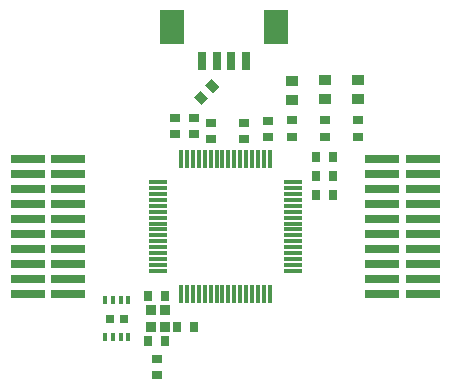
<source format=gtp>
G04 #@! TF.FileFunction,Paste,Top*
%FSLAX46Y46*%
G04 Gerber Fmt 4.6, Leading zero omitted, Abs format (unit mm)*
G04 Created by KiCad (PCBNEW 4.0.2+e4-6225~38~ubuntu14.04.1-stable) date Mon 27 Jun 2016 21:29:42 BST*
%MOMM*%
G01*
G04 APERTURE LIST*
%ADD10C,0.100000*%
%ADD11R,0.800000X1.600000*%
%ADD12R,2.100000X3.000000*%
%ADD13R,0.350000X0.650000*%
%ADD14R,0.802000X0.802000*%
%ADD15R,0.300000X1.500000*%
%ADD16R,1.500000X0.300000*%
%ADD17R,2.920000X0.740000*%
%ADD18R,0.850000X0.950000*%
%ADD19R,0.900000X0.750000*%
%ADD20R,0.750000X0.900000*%
%ADD21R,1.000000X0.950000*%
G04 APERTURE END LIST*
D10*
D11*
X101750000Y-86000000D03*
X100500000Y-86000000D03*
X99250000Y-86000000D03*
X98000000Y-86000000D03*
D12*
X104300000Y-83100000D03*
X95450000Y-83100000D03*
D13*
X89825000Y-109350000D03*
X90475000Y-109350000D03*
X91125000Y-109350000D03*
X91775000Y-109350000D03*
X91775000Y-106250000D03*
X91125000Y-106250000D03*
X90475000Y-106250000D03*
X89825000Y-106250000D03*
D14*
X90200000Y-107800000D03*
X91400000Y-107800000D03*
D15*
X96250000Y-105700000D03*
X96750000Y-105700000D03*
X97250000Y-105700000D03*
X97750000Y-105700000D03*
X98250000Y-105700000D03*
X98750000Y-105700000D03*
X99250000Y-105700000D03*
X99750000Y-105700000D03*
X100250000Y-105700000D03*
X100750000Y-105700000D03*
X101250000Y-105700000D03*
X101750000Y-105700000D03*
X102250000Y-105700000D03*
X102750000Y-105700000D03*
X103250000Y-105700000D03*
X103750000Y-105700000D03*
D16*
X105700000Y-103750000D03*
X105700000Y-103250000D03*
X105700000Y-102750000D03*
X105700000Y-102250000D03*
X105700000Y-101750000D03*
X105700000Y-101250000D03*
X105700000Y-100750000D03*
X105700000Y-100250000D03*
X105700000Y-99750000D03*
X105700000Y-99250000D03*
X105700000Y-98750000D03*
X105700000Y-98250000D03*
X105700000Y-97750000D03*
X105700000Y-97250000D03*
X105700000Y-96750000D03*
X105700000Y-96250000D03*
D15*
X103750000Y-94300000D03*
X103250000Y-94300000D03*
X102750000Y-94300000D03*
X102250000Y-94300000D03*
X101750000Y-94300000D03*
X101250000Y-94300000D03*
X100750000Y-94300000D03*
X100250000Y-94300000D03*
X99750000Y-94300000D03*
X99250000Y-94300000D03*
X98750000Y-94300000D03*
X98250000Y-94300000D03*
X97750000Y-94300000D03*
X97250000Y-94300000D03*
X96750000Y-94300000D03*
X96250000Y-94300000D03*
D16*
X94300000Y-96250000D03*
X94300000Y-96750000D03*
X94300000Y-97250000D03*
X94300000Y-97750000D03*
X94300000Y-98250000D03*
X94300000Y-98750000D03*
X94300000Y-99250000D03*
X94300000Y-99750000D03*
X94300000Y-100250000D03*
X94300000Y-100750000D03*
X94300000Y-101250000D03*
X94300000Y-101750000D03*
X94300000Y-102250000D03*
X94300000Y-102750000D03*
X94300000Y-103250000D03*
X94300000Y-103750000D03*
D17*
X83285000Y-94285000D03*
X86715000Y-94285000D03*
X83285000Y-95555000D03*
X86715000Y-95555000D03*
X83285000Y-96825000D03*
X86715000Y-96825000D03*
X83285000Y-98095000D03*
X86715000Y-98095000D03*
X83285000Y-99365000D03*
X86715000Y-99365000D03*
X83285000Y-100635000D03*
X86715000Y-100635000D03*
X83285000Y-101905000D03*
X86715000Y-101905000D03*
X83285000Y-103175000D03*
X86715000Y-103175000D03*
X83285000Y-104445000D03*
X86715000Y-104445000D03*
X83285000Y-105715000D03*
X86715000Y-105715000D03*
X113285000Y-94285000D03*
X116715000Y-94285000D03*
X113285000Y-95555000D03*
X116715000Y-95555000D03*
X113285000Y-96825000D03*
X116715000Y-96825000D03*
X113285000Y-98095000D03*
X116715000Y-98095000D03*
X113285000Y-99365000D03*
X116715000Y-99365000D03*
X113285000Y-100635000D03*
X116715000Y-100635000D03*
X113285000Y-101905000D03*
X116715000Y-101905000D03*
X113285000Y-103175000D03*
X116715000Y-103175000D03*
X113285000Y-104445000D03*
X116715000Y-104445000D03*
X113285000Y-105715000D03*
X116715000Y-105715000D03*
D18*
X94875000Y-108525000D03*
X94875000Y-107075000D03*
X93725000Y-107075000D03*
X93725000Y-108525000D03*
D19*
X103600000Y-91050000D03*
X103600000Y-92450000D03*
X101550000Y-92600000D03*
X101550000Y-91200000D03*
D20*
X95900000Y-108500000D03*
X97300000Y-108500000D03*
D19*
X98800000Y-91200000D03*
X98800000Y-92600000D03*
D20*
X107700000Y-95700000D03*
X109100000Y-95700000D03*
D10*
G36*
X98841942Y-87521662D02*
X99478338Y-88158058D01*
X98948008Y-88688388D01*
X98311612Y-88051992D01*
X98841942Y-87521662D01*
X98841942Y-87521662D01*
G37*
G36*
X97851992Y-88511612D02*
X98488388Y-89148008D01*
X97958058Y-89678338D01*
X97321662Y-89041942D01*
X97851992Y-88511612D01*
X97851992Y-88511612D01*
G37*
D20*
X107700000Y-94100000D03*
X109100000Y-94100000D03*
D19*
X95700000Y-92200000D03*
X95700000Y-90800000D03*
X97300000Y-90800000D03*
X97300000Y-92200000D03*
D20*
X109100000Y-97300000D03*
X107700000Y-97300000D03*
X93450000Y-105900000D03*
X94850000Y-105900000D03*
D19*
X94200000Y-112600000D03*
X94200000Y-111200000D03*
D20*
X93450000Y-109700000D03*
X94850000Y-109700000D03*
D19*
X111200000Y-92400000D03*
X111200000Y-91000000D03*
X108400000Y-92400000D03*
X108400000Y-91000000D03*
X105600000Y-92400000D03*
X105600000Y-91000000D03*
D21*
X105600000Y-87650001D03*
X105600000Y-89250001D03*
X111200000Y-87600001D03*
X111200000Y-89200001D03*
X108400000Y-87600001D03*
X108400000Y-89200001D03*
M02*

</source>
